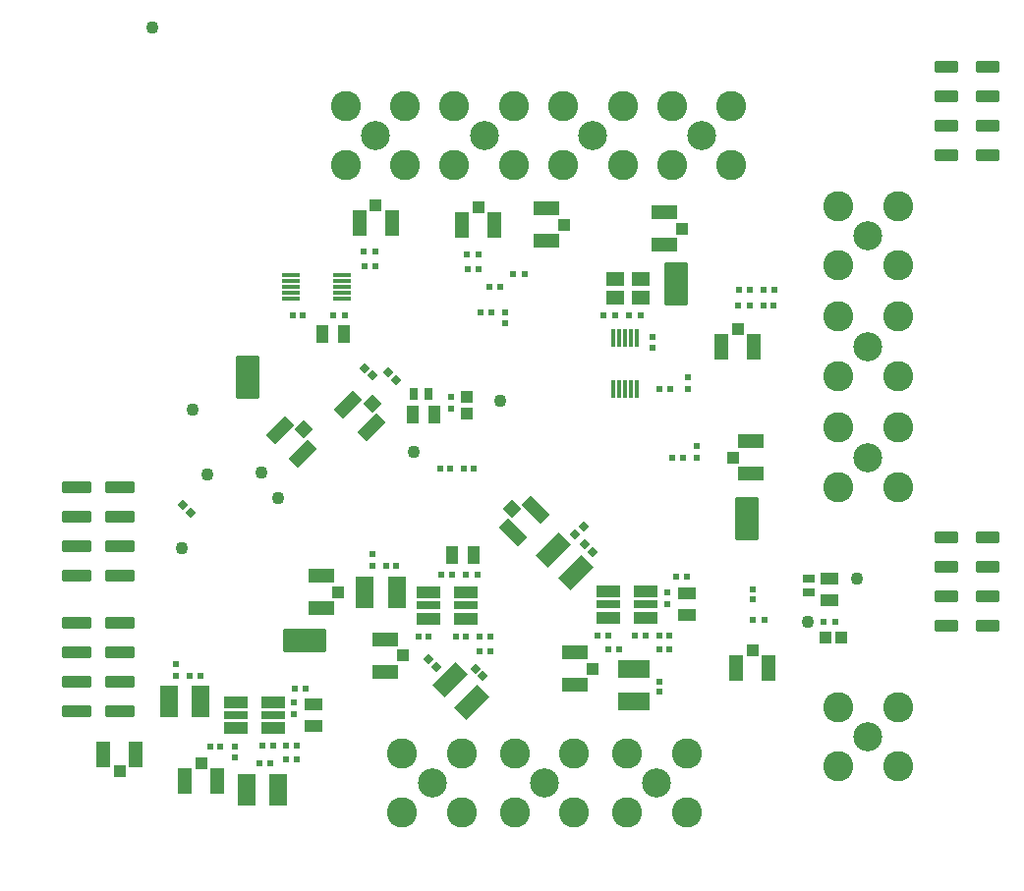
<source format=gts>
G04*
G04 #@! TF.GenerationSoftware,Altium Limited,Altium Designer,23.0.1 (38)*
G04*
G04 Layer_Color=8388736*
%FSLAX43Y43*%
%MOMM*%
G71*
G04*
G04 #@! TF.SameCoordinates,7396F043-7EEE-4AB4-9329-D6416C11A689*
G04*
G04*
G04 #@! TF.FilePolarity,Negative*
G04*
G01*
G75*
%ADD27R,1.000X1.000*%
%ADD32R,1.000X1.000*%
G04:AMPARAMS|DCode=43|XSize=3.7mm|YSize=2.1mm|CornerRadius=0.15mm|HoleSize=0mm|Usage=FLASHONLY|Rotation=270.000|XOffset=0mm|YOffset=0mm|HoleType=Round|Shape=RoundedRectangle|*
%AMROUNDEDRECTD43*
21,1,3.700,1.800,0,0,270.0*
21,1,3.400,2.100,0,0,270.0*
1,1,0.300,-0.900,-1.700*
1,1,0.300,-0.900,1.700*
1,1,0.300,0.900,1.700*
1,1,0.300,0.900,-1.700*
%
%ADD43ROUNDEDRECTD43*%
G04:AMPARAMS|DCode=44|XSize=3.7mm|YSize=2.1mm|CornerRadius=0.15mm|HoleSize=0mm|Usage=FLASHONLY|Rotation=0.000|XOffset=0mm|YOffset=0mm|HoleType=Round|Shape=RoundedRectangle|*
%AMROUNDEDRECTD44*
21,1,3.700,1.800,0,0,0.0*
21,1,3.400,2.100,0,0,0.0*
1,1,0.300,1.700,-0.900*
1,1,0.300,-1.700,-0.900*
1,1,0.300,-1.700,0.900*
1,1,0.300,1.700,0.900*
%
%ADD44ROUNDEDRECTD44*%
%ADD45R,2.100X1.100*%
%ADD46R,2.100X0.750*%
%ADD47R,0.600X0.600*%
%ADD48R,1.050X1.500*%
%ADD49R,0.600X0.600*%
%ADD50R,1.550X2.800*%
%ADD51P,0.849X4X360.0*%
G04:AMPARAMS|DCode=52|XSize=2.8mm|YSize=1.55mm|CornerRadius=0mm|HoleSize=0mm|Usage=FLASHONLY|Rotation=45.000|XOffset=0mm|YOffset=0mm|HoleType=Round|Shape=Rectangle|*
%AMROTATEDRECTD52*
4,1,4,-0.442,-1.538,-1.538,-0.442,0.442,1.538,1.538,0.442,-0.442,-1.538,0.0*
%
%ADD52ROTATEDRECTD52*%

%ADD53P,0.849X4X270.0*%
%ADD54R,1.500X1.050*%
%ADD55R,2.800X1.550*%
G04:AMPARAMS|DCode=56|XSize=1.1mm|YSize=2.1mm|CornerRadius=0.3mm|HoleSize=0mm|Usage=FLASHONLY|Rotation=90.000|XOffset=0mm|YOffset=0mm|HoleType=Round|Shape=RoundedRectangle|*
%AMROUNDEDRECTD56*
21,1,1.100,1.500,0,0,90.0*
21,1,0.500,2.100,0,0,90.0*
1,1,0.600,0.750,0.250*
1,1,0.600,0.750,-0.250*
1,1,0.600,-0.750,-0.250*
1,1,0.600,-0.750,0.250*
%
%ADD56ROUNDEDRECTD56*%
%ADD57R,1.100X1.100*%
%ADD58R,1.150X2.300*%
%ADD59O,0.400X1.550*%
%ADD60R,1.500X1.300*%
%ADD61C,1.100*%
%ADD62R,2.300X1.150*%
%ADD63R,1.100X1.100*%
G04:AMPARAMS|DCode=64|XSize=2.3mm|YSize=1.15mm|CornerRadius=0mm|HoleSize=0mm|Usage=FLASHONLY|Rotation=135.000|XOffset=0mm|YOffset=0mm|HoleType=Round|Shape=Rectangle|*
%AMROTATEDRECTD64*
4,1,4,1.220,-0.407,0.407,-1.220,-1.220,0.407,-0.407,1.220,1.220,-0.407,0.0*
%
%ADD64ROTATEDRECTD64*%

%ADD65P,1.556X4X360.0*%
%ADD66O,1.550X0.400*%
%ADD67P,1.556X4X270.0*%
G04:AMPARAMS|DCode=68|XSize=2.3mm|YSize=1.15mm|CornerRadius=0mm|HoleSize=0mm|Usage=FLASHONLY|Rotation=225.000|XOffset=0mm|YOffset=0mm|HoleType=Round|Shape=Rectangle|*
%AMROTATEDRECTD68*
4,1,4,0.407,1.220,1.220,0.407,-0.407,-1.220,-1.220,-0.407,0.407,1.220,0.0*
%
%ADD68ROTATEDRECTD68*%

G04:AMPARAMS|DCode=69|XSize=1.1mm|YSize=2.6mm|CornerRadius=0.3mm|HoleSize=0mm|Usage=FLASHONLY|Rotation=90.000|XOffset=0mm|YOffset=0mm|HoleType=Round|Shape=RoundedRectangle|*
%AMROUNDEDRECTD69*
21,1,1.100,2.000,0,0,90.0*
21,1,0.500,2.600,0,0,90.0*
1,1,0.600,1.000,0.250*
1,1,0.600,1.000,-0.250*
1,1,0.600,-1.000,-0.250*
1,1,0.600,-1.000,0.250*
%
%ADD69ROUNDEDRECTD69*%
%ADD70R,0.700X1.000*%
%ADD71R,1.000X0.700*%
%ADD72C,2.600*%
%ADD73C,2.500*%
%ADD74C,0.100*%
D27*
X68300Y45884D02*
D03*
Y44484D02*
D03*
D32*
X99150Y25125D02*
D03*
X100550D02*
D03*
D43*
X92400Y35450D02*
D03*
X86275Y55650D02*
D03*
X49375Y47625D02*
D03*
D44*
X54300Y24925D02*
D03*
D45*
X68166Y29047D02*
D03*
X64966Y26797D02*
D03*
X68166D02*
D03*
X64966Y29047D02*
D03*
X51575Y19600D02*
D03*
X48375Y17350D02*
D03*
X51575D02*
D03*
X48375Y19600D02*
D03*
X80450Y29150D02*
D03*
X83650Y26900D02*
D03*
X80450D02*
D03*
X83650Y29150D02*
D03*
D46*
X68166Y27922D02*
D03*
X64966D02*
D03*
X51575Y18475D02*
D03*
X48375D02*
D03*
X80450Y28025D02*
D03*
X83650D02*
D03*
D47*
X66075Y30600D02*
D03*
X66975D02*
D03*
X69175D02*
D03*
X68175D02*
D03*
X62200Y31350D02*
D03*
X61300D02*
D03*
X65000Y25250D02*
D03*
X64100D02*
D03*
X68200Y25225D02*
D03*
X67300D02*
D03*
X69375Y25225D02*
D03*
X70275D02*
D03*
X69375Y24000D02*
D03*
X70275D02*
D03*
X87200Y30450D02*
D03*
X86300D02*
D03*
X84825Y25350D02*
D03*
X85725D02*
D03*
X84825Y24150D02*
D03*
X85725D02*
D03*
X83650Y25375D02*
D03*
X82750D02*
D03*
X80450Y25350D02*
D03*
X79550D02*
D03*
X81400Y24125D02*
D03*
X80500D02*
D03*
X47050Y15750D02*
D03*
X46150D02*
D03*
X51575Y15825D02*
D03*
X50675D02*
D03*
X51300Y14350D02*
D03*
X50400D02*
D03*
X52725Y15825D02*
D03*
X53625D02*
D03*
X52725Y14625D02*
D03*
X53625D02*
D03*
X45304Y21875D02*
D03*
X44404D02*
D03*
X69475Y53225D02*
D03*
X70375D02*
D03*
X72238Y56455D02*
D03*
X73238D02*
D03*
X70225Y55400D02*
D03*
X71125D02*
D03*
X69250Y58217D02*
D03*
X68250D02*
D03*
X68350Y56950D02*
D03*
X69250D02*
D03*
X92900Y26725D02*
D03*
X93900D02*
D03*
X91635Y53775D02*
D03*
X92635D02*
D03*
X93819D02*
D03*
X94719D02*
D03*
X93825Y55125D02*
D03*
X94725D02*
D03*
X91750Y55125D02*
D03*
X92650D02*
D03*
X82224Y52930D02*
D03*
X83224D02*
D03*
X81024Y52930D02*
D03*
X80024D02*
D03*
X60400Y58403D02*
D03*
X59400D02*
D03*
X59500Y57201D02*
D03*
X60400D02*
D03*
X54150Y52925D02*
D03*
X53250D02*
D03*
X57750Y52975D02*
D03*
X56750D02*
D03*
X68900Y39725D02*
D03*
X68000D02*
D03*
X66850Y39725D02*
D03*
X65950D02*
D03*
X53450Y20800D02*
D03*
X54350D02*
D03*
X85750Y46600D02*
D03*
X84850D02*
D03*
X86875Y40700D02*
D03*
X85975D02*
D03*
X99975Y26550D02*
D03*
X98975D02*
D03*
D48*
X68825Y32250D02*
D03*
X66975D02*
D03*
X57700Y51325D02*
D03*
X55850D02*
D03*
X63625Y44350D02*
D03*
X65475D02*
D03*
D49*
X60100Y31350D02*
D03*
Y32350D02*
D03*
X85525Y28025D02*
D03*
Y29025D02*
D03*
X84900Y20475D02*
D03*
Y21375D02*
D03*
X48250Y14850D02*
D03*
Y15750D02*
D03*
X53400Y18575D02*
D03*
Y19575D02*
D03*
X43228Y21879D02*
D03*
Y22879D02*
D03*
X71600Y53225D02*
D03*
Y52225D02*
D03*
X92900Y29325D02*
D03*
Y28425D02*
D03*
X87300Y46600D02*
D03*
Y47600D02*
D03*
X84299Y50105D02*
D03*
Y51105D02*
D03*
X88088Y41700D02*
D03*
Y40700D02*
D03*
X66900Y44884D02*
D03*
Y45884D02*
D03*
D50*
X59475Y29075D02*
D03*
X62225Y29075D02*
D03*
X49300Y12075D02*
D03*
X52050D02*
D03*
X42575Y19625D02*
D03*
X45325D02*
D03*
D51*
X65620Y22652D02*
D03*
X64984Y23288D02*
D03*
X69633Y21856D02*
D03*
X68997Y22492D02*
D03*
X79082Y32571D02*
D03*
X78446Y33207D02*
D03*
X43800Y36575D02*
D03*
X44436Y35939D02*
D03*
X61525Y48022D02*
D03*
X62161Y47386D02*
D03*
X60128Y47730D02*
D03*
X59492Y48367D02*
D03*
D52*
X66787Y21520D02*
D03*
X68731Y19576D02*
D03*
X75705Y32695D02*
D03*
X77650Y30750D02*
D03*
D53*
X77615Y34038D02*
D03*
X78322Y34745D02*
D03*
D54*
X87200Y27150D02*
D03*
Y29000D02*
D03*
X55025Y17525D02*
D03*
Y19375D02*
D03*
X99504Y30217D02*
D03*
Y28367D02*
D03*
D55*
X82650Y22425D02*
D03*
Y19675D02*
D03*
D56*
X109602Y26190D02*
D03*
Y28730D02*
D03*
Y31270D02*
D03*
Y33810D02*
D03*
X113100D02*
D03*
Y31270D02*
D03*
Y28730D02*
D03*
Y26190D02*
D03*
Y71790D02*
D03*
Y74330D02*
D03*
Y66710D02*
D03*
Y69250D02*
D03*
X109602Y74330D02*
D03*
Y71790D02*
D03*
Y69250D02*
D03*
Y66710D02*
D03*
D57*
X91600Y51725D02*
D03*
X60400Y62425D02*
D03*
X92900Y24050D02*
D03*
X69250Y62250D02*
D03*
X45400Y14325D02*
D03*
X38349Y13613D02*
D03*
D58*
X93000Y50225D02*
D03*
X90200D02*
D03*
X61800Y60925D02*
D03*
X59000D02*
D03*
X91500Y22550D02*
D03*
X94300D02*
D03*
X67850Y60750D02*
D03*
X70650D02*
D03*
X44000Y12825D02*
D03*
X46800D02*
D03*
X36949Y15113D02*
D03*
X39749D02*
D03*
D59*
X80875Y46605D02*
D03*
X81375D02*
D03*
X81875D02*
D03*
X82375D02*
D03*
X82875D02*
D03*
X80875Y51005D02*
D03*
X81375D02*
D03*
X81875D02*
D03*
X82375D02*
D03*
X82875D02*
D03*
D60*
X83274Y56055D02*
D03*
X81074D02*
D03*
Y54455D02*
D03*
X83274D02*
D03*
D61*
X43699Y32849D02*
D03*
X50554Y39429D02*
D03*
X51975Y37200D02*
D03*
X97675Y26550D02*
D03*
X71120Y45550D02*
D03*
X44625Y44778D02*
D03*
X63725Y41205D02*
D03*
X45950Y39180D02*
D03*
X41175Y77750D02*
D03*
X101915Y30217D02*
D03*
D62*
X92700Y39300D02*
D03*
Y42100D02*
D03*
X85300Y61800D02*
D03*
Y59000D02*
D03*
X75150Y62150D02*
D03*
Y59350D02*
D03*
X77575Y23875D02*
D03*
Y21075D02*
D03*
X61225Y25025D02*
D03*
Y22225D02*
D03*
X55700Y30500D02*
D03*
Y27700D02*
D03*
D63*
X91200Y40700D02*
D03*
X86800Y60400D02*
D03*
X76650Y60750D02*
D03*
X79075Y22475D02*
D03*
X62725Y23625D02*
D03*
X57200Y29100D02*
D03*
D64*
X72223Y34197D02*
D03*
X74203Y36177D02*
D03*
D65*
X72152Y36248D02*
D03*
D66*
X57525Y54400D02*
D03*
Y54900D02*
D03*
Y55400D02*
D03*
Y55900D02*
D03*
Y56400D02*
D03*
X53125Y54400D02*
D03*
Y54900D02*
D03*
Y55400D02*
D03*
Y55900D02*
D03*
Y56400D02*
D03*
D67*
X54213Y43088D02*
D03*
X60113Y45338D02*
D03*
D68*
X54143Y41038D02*
D03*
X52163Y43018D02*
D03*
X60042Y43287D02*
D03*
X58062Y45267D02*
D03*
D69*
X38349Y26474D02*
D03*
Y23934D02*
D03*
Y21394D02*
D03*
Y18854D02*
D03*
X34651Y26474D02*
D03*
Y23934D02*
D03*
Y21394D02*
D03*
Y18854D02*
D03*
X38349Y38159D02*
D03*
Y35619D02*
D03*
Y33079D02*
D03*
Y30539D02*
D03*
X34651Y38159D02*
D03*
Y35619D02*
D03*
Y33079D02*
D03*
Y30539D02*
D03*
D70*
X64925Y46191D02*
D03*
X63725D02*
D03*
D71*
X97691Y29017D02*
D03*
Y30217D02*
D03*
D72*
X82093Y10100D02*
D03*
Y15200D02*
D03*
X87193D02*
D03*
Y10100D02*
D03*
X72406D02*
D03*
Y15200D02*
D03*
X77506D02*
D03*
Y10100D02*
D03*
X57817Y70975D02*
D03*
Y65875D02*
D03*
X62917D02*
D03*
Y70975D02*
D03*
X105398Y57275D02*
D03*
X100298D02*
D03*
Y62375D02*
D03*
X105398D02*
D03*
X67818Y10100D02*
D03*
Y15200D02*
D03*
X62718D02*
D03*
Y10100D02*
D03*
X67203Y70975D02*
D03*
Y65875D02*
D03*
X72303D02*
D03*
Y70975D02*
D03*
X105398Y52812D02*
D03*
X100298D02*
D03*
Y47712D02*
D03*
X105398D02*
D03*
Y43249D02*
D03*
X100298D02*
D03*
Y38149D02*
D03*
X105398D02*
D03*
Y19176D02*
D03*
X100298D02*
D03*
Y14076D02*
D03*
X105398D02*
D03*
X85976Y70975D02*
D03*
Y65875D02*
D03*
X91076D02*
D03*
Y70975D02*
D03*
X76589D02*
D03*
Y65875D02*
D03*
X81689D02*
D03*
Y70975D02*
D03*
D73*
X84643Y12650D02*
D03*
X74956D02*
D03*
X102848Y50262D02*
D03*
Y40699D02*
D03*
Y16626D02*
D03*
X88526Y68425D02*
D03*
X79139D02*
D03*
X65268Y12650D02*
D03*
X60367Y68425D02*
D03*
X69753D02*
D03*
X102848Y59825D02*
D03*
D74*
X30201Y20124D02*
D03*
Y25204D02*
D03*
Y31809D02*
D03*
Y36889D02*
D03*
X47325Y71350D02*
D03*
Y5200D02*
D03*
X101125Y71350D02*
D03*
Y5200D02*
D03*
M02*

</source>
